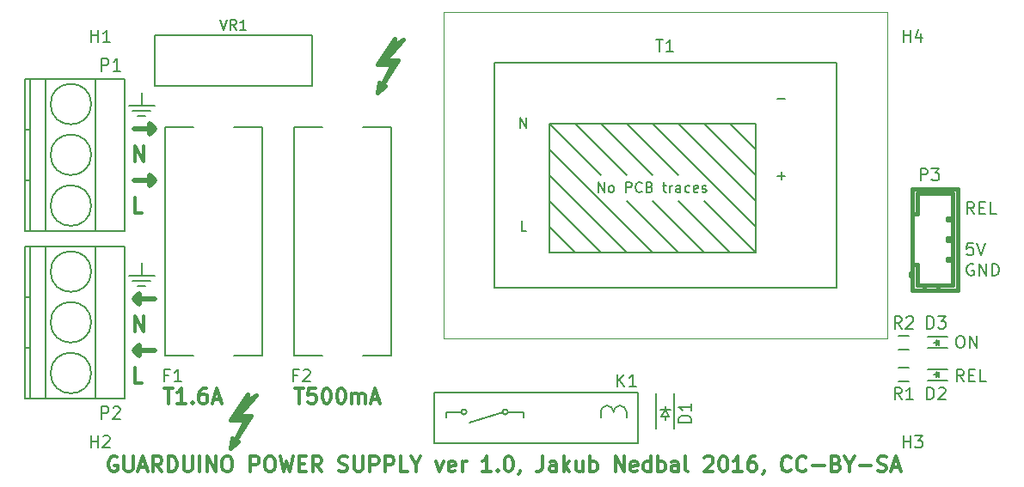
<source format=gto>
G04 #@! TF.FileFunction,Legend,Top*
%FSLAX46Y46*%
G04 Gerber Fmt 4.6, Leading zero omitted, Abs format (unit mm)*
G04 Created by KiCad (PCBNEW (2015-12-10 BZR 6367)-product) date Fri 07 Oct 2016 01:04:08 BST*
%MOMM*%
G01*
G04 APERTURE LIST*
%ADD10C,0.100000*%
%ADD11C,0.300000*%
%ADD12C,0.200000*%
%ADD13C,0.500000*%
%ADD14C,0.381000*%
%ADD15C,0.150000*%
%ADD16C,0.110000*%
G04 APERTURE END LIST*
D10*
D11*
X51427858Y-86245000D02*
X51285001Y-86173571D01*
X51070715Y-86173571D01*
X50856430Y-86245000D01*
X50713572Y-86387857D01*
X50642144Y-86530714D01*
X50570715Y-86816429D01*
X50570715Y-87030714D01*
X50642144Y-87316429D01*
X50713572Y-87459286D01*
X50856430Y-87602143D01*
X51070715Y-87673571D01*
X51213572Y-87673571D01*
X51427858Y-87602143D01*
X51499287Y-87530714D01*
X51499287Y-87030714D01*
X51213572Y-87030714D01*
X52142144Y-86173571D02*
X52142144Y-87387857D01*
X52213572Y-87530714D01*
X52285001Y-87602143D01*
X52427858Y-87673571D01*
X52713572Y-87673571D01*
X52856430Y-87602143D01*
X52927858Y-87530714D01*
X52999287Y-87387857D01*
X52999287Y-86173571D01*
X53642144Y-87245000D02*
X54356430Y-87245000D01*
X53499287Y-87673571D02*
X53999287Y-86173571D01*
X54499287Y-87673571D01*
X55856430Y-87673571D02*
X55356430Y-86959286D01*
X54999287Y-87673571D02*
X54999287Y-86173571D01*
X55570715Y-86173571D01*
X55713573Y-86245000D01*
X55785001Y-86316429D01*
X55856430Y-86459286D01*
X55856430Y-86673571D01*
X55785001Y-86816429D01*
X55713573Y-86887857D01*
X55570715Y-86959286D01*
X54999287Y-86959286D01*
X56499287Y-87673571D02*
X56499287Y-86173571D01*
X56856430Y-86173571D01*
X57070715Y-86245000D01*
X57213573Y-86387857D01*
X57285001Y-86530714D01*
X57356430Y-86816429D01*
X57356430Y-87030714D01*
X57285001Y-87316429D01*
X57213573Y-87459286D01*
X57070715Y-87602143D01*
X56856430Y-87673571D01*
X56499287Y-87673571D01*
X57999287Y-86173571D02*
X57999287Y-87387857D01*
X58070715Y-87530714D01*
X58142144Y-87602143D01*
X58285001Y-87673571D01*
X58570715Y-87673571D01*
X58713573Y-87602143D01*
X58785001Y-87530714D01*
X58856430Y-87387857D01*
X58856430Y-86173571D01*
X59570716Y-87673571D02*
X59570716Y-86173571D01*
X60285002Y-87673571D02*
X60285002Y-86173571D01*
X61142145Y-87673571D01*
X61142145Y-86173571D01*
X62142145Y-86173571D02*
X62427859Y-86173571D01*
X62570717Y-86245000D01*
X62713574Y-86387857D01*
X62785002Y-86673571D01*
X62785002Y-87173571D01*
X62713574Y-87459286D01*
X62570717Y-87602143D01*
X62427859Y-87673571D01*
X62142145Y-87673571D01*
X61999288Y-87602143D01*
X61856431Y-87459286D01*
X61785002Y-87173571D01*
X61785002Y-86673571D01*
X61856431Y-86387857D01*
X61999288Y-86245000D01*
X62142145Y-86173571D01*
X64570717Y-87673571D02*
X64570717Y-86173571D01*
X65142145Y-86173571D01*
X65285003Y-86245000D01*
X65356431Y-86316429D01*
X65427860Y-86459286D01*
X65427860Y-86673571D01*
X65356431Y-86816429D01*
X65285003Y-86887857D01*
X65142145Y-86959286D01*
X64570717Y-86959286D01*
X66356431Y-86173571D02*
X66642145Y-86173571D01*
X66785003Y-86245000D01*
X66927860Y-86387857D01*
X66999288Y-86673571D01*
X66999288Y-87173571D01*
X66927860Y-87459286D01*
X66785003Y-87602143D01*
X66642145Y-87673571D01*
X66356431Y-87673571D01*
X66213574Y-87602143D01*
X66070717Y-87459286D01*
X65999288Y-87173571D01*
X65999288Y-86673571D01*
X66070717Y-86387857D01*
X66213574Y-86245000D01*
X66356431Y-86173571D01*
X67499289Y-86173571D02*
X67856432Y-87673571D01*
X68142146Y-86602143D01*
X68427860Y-87673571D01*
X68785003Y-86173571D01*
X69356432Y-86887857D02*
X69856432Y-86887857D01*
X70070718Y-87673571D02*
X69356432Y-87673571D01*
X69356432Y-86173571D01*
X70070718Y-86173571D01*
X71570718Y-87673571D02*
X71070718Y-86959286D01*
X70713575Y-87673571D02*
X70713575Y-86173571D01*
X71285003Y-86173571D01*
X71427861Y-86245000D01*
X71499289Y-86316429D01*
X71570718Y-86459286D01*
X71570718Y-86673571D01*
X71499289Y-86816429D01*
X71427861Y-86887857D01*
X71285003Y-86959286D01*
X70713575Y-86959286D01*
X73285003Y-87602143D02*
X73499289Y-87673571D01*
X73856432Y-87673571D01*
X73999289Y-87602143D01*
X74070718Y-87530714D01*
X74142146Y-87387857D01*
X74142146Y-87245000D01*
X74070718Y-87102143D01*
X73999289Y-87030714D01*
X73856432Y-86959286D01*
X73570718Y-86887857D01*
X73427860Y-86816429D01*
X73356432Y-86745000D01*
X73285003Y-86602143D01*
X73285003Y-86459286D01*
X73356432Y-86316429D01*
X73427860Y-86245000D01*
X73570718Y-86173571D01*
X73927860Y-86173571D01*
X74142146Y-86245000D01*
X74785003Y-86173571D02*
X74785003Y-87387857D01*
X74856431Y-87530714D01*
X74927860Y-87602143D01*
X75070717Y-87673571D01*
X75356431Y-87673571D01*
X75499289Y-87602143D01*
X75570717Y-87530714D01*
X75642146Y-87387857D01*
X75642146Y-86173571D01*
X76356432Y-87673571D02*
X76356432Y-86173571D01*
X76927860Y-86173571D01*
X77070718Y-86245000D01*
X77142146Y-86316429D01*
X77213575Y-86459286D01*
X77213575Y-86673571D01*
X77142146Y-86816429D01*
X77070718Y-86887857D01*
X76927860Y-86959286D01*
X76356432Y-86959286D01*
X77856432Y-87673571D02*
X77856432Y-86173571D01*
X78427860Y-86173571D01*
X78570718Y-86245000D01*
X78642146Y-86316429D01*
X78713575Y-86459286D01*
X78713575Y-86673571D01*
X78642146Y-86816429D01*
X78570718Y-86887857D01*
X78427860Y-86959286D01*
X77856432Y-86959286D01*
X80070718Y-87673571D02*
X79356432Y-87673571D01*
X79356432Y-86173571D01*
X80856432Y-86959286D02*
X80856432Y-87673571D01*
X80356432Y-86173571D02*
X80856432Y-86959286D01*
X81356432Y-86173571D01*
X82856432Y-86673571D02*
X83213575Y-87673571D01*
X83570717Y-86673571D01*
X84713574Y-87602143D02*
X84570717Y-87673571D01*
X84285003Y-87673571D01*
X84142146Y-87602143D01*
X84070717Y-87459286D01*
X84070717Y-86887857D01*
X84142146Y-86745000D01*
X84285003Y-86673571D01*
X84570717Y-86673571D01*
X84713574Y-86745000D01*
X84785003Y-86887857D01*
X84785003Y-87030714D01*
X84070717Y-87173571D01*
X85427860Y-87673571D02*
X85427860Y-86673571D01*
X85427860Y-86959286D02*
X85499288Y-86816429D01*
X85570717Y-86745000D01*
X85713574Y-86673571D01*
X85856431Y-86673571D01*
X88285002Y-87673571D02*
X87427859Y-87673571D01*
X87856431Y-87673571D02*
X87856431Y-86173571D01*
X87713574Y-86387857D01*
X87570716Y-86530714D01*
X87427859Y-86602143D01*
X88927859Y-87530714D02*
X88999287Y-87602143D01*
X88927859Y-87673571D01*
X88856430Y-87602143D01*
X88927859Y-87530714D01*
X88927859Y-87673571D01*
X89927859Y-86173571D02*
X90070716Y-86173571D01*
X90213573Y-86245000D01*
X90285002Y-86316429D01*
X90356431Y-86459286D01*
X90427859Y-86745000D01*
X90427859Y-87102143D01*
X90356431Y-87387857D01*
X90285002Y-87530714D01*
X90213573Y-87602143D01*
X90070716Y-87673571D01*
X89927859Y-87673571D01*
X89785002Y-87602143D01*
X89713573Y-87530714D01*
X89642145Y-87387857D01*
X89570716Y-87102143D01*
X89570716Y-86745000D01*
X89642145Y-86459286D01*
X89713573Y-86316429D01*
X89785002Y-86245000D01*
X89927859Y-86173571D01*
X91142144Y-87602143D02*
X91142144Y-87673571D01*
X91070716Y-87816429D01*
X90999287Y-87887857D01*
X93356430Y-86173571D02*
X93356430Y-87245000D01*
X93285002Y-87459286D01*
X93142145Y-87602143D01*
X92927859Y-87673571D01*
X92785002Y-87673571D01*
X94713573Y-87673571D02*
X94713573Y-86887857D01*
X94642144Y-86745000D01*
X94499287Y-86673571D01*
X94213573Y-86673571D01*
X94070716Y-86745000D01*
X94713573Y-87602143D02*
X94570716Y-87673571D01*
X94213573Y-87673571D01*
X94070716Y-87602143D01*
X93999287Y-87459286D01*
X93999287Y-87316429D01*
X94070716Y-87173571D01*
X94213573Y-87102143D01*
X94570716Y-87102143D01*
X94713573Y-87030714D01*
X95427859Y-87673571D02*
X95427859Y-86173571D01*
X95570716Y-87102143D02*
X95999287Y-87673571D01*
X95999287Y-86673571D02*
X95427859Y-87245000D01*
X97285002Y-86673571D02*
X97285002Y-87673571D01*
X96642145Y-86673571D02*
X96642145Y-87459286D01*
X96713573Y-87602143D01*
X96856431Y-87673571D01*
X97070716Y-87673571D01*
X97213573Y-87602143D01*
X97285002Y-87530714D01*
X97999288Y-87673571D02*
X97999288Y-86173571D01*
X97999288Y-86745000D02*
X98142145Y-86673571D01*
X98427859Y-86673571D01*
X98570716Y-86745000D01*
X98642145Y-86816429D01*
X98713574Y-86959286D01*
X98713574Y-87387857D01*
X98642145Y-87530714D01*
X98570716Y-87602143D01*
X98427859Y-87673571D01*
X98142145Y-87673571D01*
X97999288Y-87602143D01*
X100499288Y-87673571D02*
X100499288Y-86173571D01*
X101356431Y-87673571D01*
X101356431Y-86173571D01*
X102642145Y-87602143D02*
X102499288Y-87673571D01*
X102213574Y-87673571D01*
X102070717Y-87602143D01*
X101999288Y-87459286D01*
X101999288Y-86887857D01*
X102070717Y-86745000D01*
X102213574Y-86673571D01*
X102499288Y-86673571D01*
X102642145Y-86745000D01*
X102713574Y-86887857D01*
X102713574Y-87030714D01*
X101999288Y-87173571D01*
X103999288Y-87673571D02*
X103999288Y-86173571D01*
X103999288Y-87602143D02*
X103856431Y-87673571D01*
X103570717Y-87673571D01*
X103427859Y-87602143D01*
X103356431Y-87530714D01*
X103285002Y-87387857D01*
X103285002Y-86959286D01*
X103356431Y-86816429D01*
X103427859Y-86745000D01*
X103570717Y-86673571D01*
X103856431Y-86673571D01*
X103999288Y-86745000D01*
X104713574Y-87673571D02*
X104713574Y-86173571D01*
X104713574Y-86745000D02*
X104856431Y-86673571D01*
X105142145Y-86673571D01*
X105285002Y-86745000D01*
X105356431Y-86816429D01*
X105427860Y-86959286D01*
X105427860Y-87387857D01*
X105356431Y-87530714D01*
X105285002Y-87602143D01*
X105142145Y-87673571D01*
X104856431Y-87673571D01*
X104713574Y-87602143D01*
X106713574Y-87673571D02*
X106713574Y-86887857D01*
X106642145Y-86745000D01*
X106499288Y-86673571D01*
X106213574Y-86673571D01*
X106070717Y-86745000D01*
X106713574Y-87602143D02*
X106570717Y-87673571D01*
X106213574Y-87673571D01*
X106070717Y-87602143D01*
X105999288Y-87459286D01*
X105999288Y-87316429D01*
X106070717Y-87173571D01*
X106213574Y-87102143D01*
X106570717Y-87102143D01*
X106713574Y-87030714D01*
X107642146Y-87673571D02*
X107499288Y-87602143D01*
X107427860Y-87459286D01*
X107427860Y-86173571D01*
X109285002Y-86316429D02*
X109356431Y-86245000D01*
X109499288Y-86173571D01*
X109856431Y-86173571D01*
X109999288Y-86245000D01*
X110070717Y-86316429D01*
X110142145Y-86459286D01*
X110142145Y-86602143D01*
X110070717Y-86816429D01*
X109213574Y-87673571D01*
X110142145Y-87673571D01*
X111070716Y-86173571D02*
X111213573Y-86173571D01*
X111356430Y-86245000D01*
X111427859Y-86316429D01*
X111499288Y-86459286D01*
X111570716Y-86745000D01*
X111570716Y-87102143D01*
X111499288Y-87387857D01*
X111427859Y-87530714D01*
X111356430Y-87602143D01*
X111213573Y-87673571D01*
X111070716Y-87673571D01*
X110927859Y-87602143D01*
X110856430Y-87530714D01*
X110785002Y-87387857D01*
X110713573Y-87102143D01*
X110713573Y-86745000D01*
X110785002Y-86459286D01*
X110856430Y-86316429D01*
X110927859Y-86245000D01*
X111070716Y-86173571D01*
X112999287Y-87673571D02*
X112142144Y-87673571D01*
X112570716Y-87673571D02*
X112570716Y-86173571D01*
X112427859Y-86387857D01*
X112285001Y-86530714D01*
X112142144Y-86602143D01*
X114285001Y-86173571D02*
X113999287Y-86173571D01*
X113856430Y-86245000D01*
X113785001Y-86316429D01*
X113642144Y-86530714D01*
X113570715Y-86816429D01*
X113570715Y-87387857D01*
X113642144Y-87530714D01*
X113713572Y-87602143D01*
X113856430Y-87673571D01*
X114142144Y-87673571D01*
X114285001Y-87602143D01*
X114356430Y-87530714D01*
X114427858Y-87387857D01*
X114427858Y-87030714D01*
X114356430Y-86887857D01*
X114285001Y-86816429D01*
X114142144Y-86745000D01*
X113856430Y-86745000D01*
X113713572Y-86816429D01*
X113642144Y-86887857D01*
X113570715Y-87030714D01*
X115142143Y-87602143D02*
X115142143Y-87673571D01*
X115070715Y-87816429D01*
X114999286Y-87887857D01*
X117785001Y-87530714D02*
X117713572Y-87602143D01*
X117499286Y-87673571D01*
X117356429Y-87673571D01*
X117142144Y-87602143D01*
X116999286Y-87459286D01*
X116927858Y-87316429D01*
X116856429Y-87030714D01*
X116856429Y-86816429D01*
X116927858Y-86530714D01*
X116999286Y-86387857D01*
X117142144Y-86245000D01*
X117356429Y-86173571D01*
X117499286Y-86173571D01*
X117713572Y-86245000D01*
X117785001Y-86316429D01*
X119285001Y-87530714D02*
X119213572Y-87602143D01*
X118999286Y-87673571D01*
X118856429Y-87673571D01*
X118642144Y-87602143D01*
X118499286Y-87459286D01*
X118427858Y-87316429D01*
X118356429Y-87030714D01*
X118356429Y-86816429D01*
X118427858Y-86530714D01*
X118499286Y-86387857D01*
X118642144Y-86245000D01*
X118856429Y-86173571D01*
X118999286Y-86173571D01*
X119213572Y-86245000D01*
X119285001Y-86316429D01*
X119927858Y-87102143D02*
X121070715Y-87102143D01*
X122285001Y-86887857D02*
X122499287Y-86959286D01*
X122570715Y-87030714D01*
X122642144Y-87173571D01*
X122642144Y-87387857D01*
X122570715Y-87530714D01*
X122499287Y-87602143D01*
X122356429Y-87673571D01*
X121785001Y-87673571D01*
X121785001Y-86173571D01*
X122285001Y-86173571D01*
X122427858Y-86245000D01*
X122499287Y-86316429D01*
X122570715Y-86459286D01*
X122570715Y-86602143D01*
X122499287Y-86745000D01*
X122427858Y-86816429D01*
X122285001Y-86887857D01*
X121785001Y-86887857D01*
X123570715Y-86959286D02*
X123570715Y-87673571D01*
X123070715Y-86173571D02*
X123570715Y-86959286D01*
X124070715Y-86173571D01*
X124570715Y-87102143D02*
X125713572Y-87102143D01*
X126356429Y-87602143D02*
X126570715Y-87673571D01*
X126927858Y-87673571D01*
X127070715Y-87602143D01*
X127142144Y-87530714D01*
X127213572Y-87387857D01*
X127213572Y-87245000D01*
X127142144Y-87102143D01*
X127070715Y-87030714D01*
X126927858Y-86959286D01*
X126642144Y-86887857D01*
X126499286Y-86816429D01*
X126427858Y-86745000D01*
X126356429Y-86602143D01*
X126356429Y-86459286D01*
X126427858Y-86316429D01*
X126499286Y-86245000D01*
X126642144Y-86173571D01*
X126999286Y-86173571D01*
X127213572Y-86245000D01*
X127785000Y-87245000D02*
X128499286Y-87245000D01*
X127642143Y-87673571D02*
X128142143Y-86173571D01*
X128642143Y-87673571D01*
X56070858Y-79442571D02*
X56928001Y-79442571D01*
X56499430Y-80942571D02*
X56499430Y-79442571D01*
X58213715Y-80942571D02*
X57356572Y-80942571D01*
X57785144Y-80942571D02*
X57785144Y-79442571D01*
X57642287Y-79656857D01*
X57499429Y-79799714D01*
X57356572Y-79871143D01*
X58856572Y-80799714D02*
X58928000Y-80871143D01*
X58856572Y-80942571D01*
X58785143Y-80871143D01*
X58856572Y-80799714D01*
X58856572Y-80942571D01*
X60213715Y-79442571D02*
X59928001Y-79442571D01*
X59785144Y-79514000D01*
X59713715Y-79585429D01*
X59570858Y-79799714D01*
X59499429Y-80085429D01*
X59499429Y-80656857D01*
X59570858Y-80799714D01*
X59642286Y-80871143D01*
X59785144Y-80942571D01*
X60070858Y-80942571D01*
X60213715Y-80871143D01*
X60285144Y-80799714D01*
X60356572Y-80656857D01*
X60356572Y-80299714D01*
X60285144Y-80156857D01*
X60213715Y-80085429D01*
X60070858Y-80014000D01*
X59785144Y-80014000D01*
X59642286Y-80085429D01*
X59570858Y-80156857D01*
X59499429Y-80299714D01*
X60928000Y-80514000D02*
X61642286Y-80514000D01*
X60785143Y-80942571D02*
X61285143Y-79442571D01*
X61785143Y-80942571D01*
X68937715Y-79442571D02*
X69794858Y-79442571D01*
X69366287Y-80942571D02*
X69366287Y-79442571D01*
X71009144Y-79442571D02*
X70294858Y-79442571D01*
X70223429Y-80156857D01*
X70294858Y-80085429D01*
X70437715Y-80014000D01*
X70794858Y-80014000D01*
X70937715Y-80085429D01*
X71009144Y-80156857D01*
X71080572Y-80299714D01*
X71080572Y-80656857D01*
X71009144Y-80799714D01*
X70937715Y-80871143D01*
X70794858Y-80942571D01*
X70437715Y-80942571D01*
X70294858Y-80871143D01*
X70223429Y-80799714D01*
X72009143Y-79442571D02*
X72152000Y-79442571D01*
X72294857Y-79514000D01*
X72366286Y-79585429D01*
X72437715Y-79728286D01*
X72509143Y-80014000D01*
X72509143Y-80371143D01*
X72437715Y-80656857D01*
X72366286Y-80799714D01*
X72294857Y-80871143D01*
X72152000Y-80942571D01*
X72009143Y-80942571D01*
X71866286Y-80871143D01*
X71794857Y-80799714D01*
X71723429Y-80656857D01*
X71652000Y-80371143D01*
X71652000Y-80014000D01*
X71723429Y-79728286D01*
X71794857Y-79585429D01*
X71866286Y-79514000D01*
X72009143Y-79442571D01*
X73437714Y-79442571D02*
X73580571Y-79442571D01*
X73723428Y-79514000D01*
X73794857Y-79585429D01*
X73866286Y-79728286D01*
X73937714Y-80014000D01*
X73937714Y-80371143D01*
X73866286Y-80656857D01*
X73794857Y-80799714D01*
X73723428Y-80871143D01*
X73580571Y-80942571D01*
X73437714Y-80942571D01*
X73294857Y-80871143D01*
X73223428Y-80799714D01*
X73152000Y-80656857D01*
X73080571Y-80371143D01*
X73080571Y-80014000D01*
X73152000Y-79728286D01*
X73223428Y-79585429D01*
X73294857Y-79514000D01*
X73437714Y-79442571D01*
X74580571Y-80942571D02*
X74580571Y-79942571D01*
X74580571Y-80085429D02*
X74651999Y-80014000D01*
X74794857Y-79942571D01*
X75009142Y-79942571D01*
X75151999Y-80014000D01*
X75223428Y-80156857D01*
X75223428Y-80942571D01*
X75223428Y-80156857D02*
X75294857Y-80014000D01*
X75437714Y-79942571D01*
X75651999Y-79942571D01*
X75794857Y-80014000D01*
X75866285Y-80156857D01*
X75866285Y-80942571D01*
X76509142Y-80514000D02*
X77223428Y-80514000D01*
X76366285Y-80942571D02*
X76866285Y-79442571D01*
X77366285Y-80942571D01*
D12*
X134829429Y-78774857D02*
X134429429Y-78203429D01*
X134143714Y-78774857D02*
X134143714Y-77574857D01*
X134600857Y-77574857D01*
X134715143Y-77632000D01*
X134772286Y-77689143D01*
X134829429Y-77803429D01*
X134829429Y-77974857D01*
X134772286Y-78089143D01*
X134715143Y-78146286D01*
X134600857Y-78203429D01*
X134143714Y-78203429D01*
X135343714Y-78146286D02*
X135743714Y-78146286D01*
X135915143Y-78774857D02*
X135343714Y-78774857D01*
X135343714Y-77574857D01*
X135915143Y-77574857D01*
X137000857Y-78774857D02*
X136429428Y-78774857D01*
X136429428Y-77574857D01*
X134372286Y-74272857D02*
X134600857Y-74272857D01*
X134715143Y-74330000D01*
X134829429Y-74444286D01*
X134886571Y-74672857D01*
X134886571Y-75072857D01*
X134829429Y-75301429D01*
X134715143Y-75415714D01*
X134600857Y-75472857D01*
X134372286Y-75472857D01*
X134258000Y-75415714D01*
X134143714Y-75301429D01*
X134086571Y-75072857D01*
X134086571Y-74672857D01*
X134143714Y-74444286D01*
X134258000Y-74330000D01*
X134372286Y-74272857D01*
X135400857Y-75472857D02*
X135400857Y-74272857D01*
X136086572Y-75472857D01*
X136086572Y-74272857D01*
X135788286Y-67218000D02*
X135674000Y-67160857D01*
X135502571Y-67160857D01*
X135331143Y-67218000D01*
X135216857Y-67332286D01*
X135159714Y-67446571D01*
X135102571Y-67675143D01*
X135102571Y-67846571D01*
X135159714Y-68075143D01*
X135216857Y-68189429D01*
X135331143Y-68303714D01*
X135502571Y-68360857D01*
X135616857Y-68360857D01*
X135788286Y-68303714D01*
X135845429Y-68246571D01*
X135845429Y-67846571D01*
X135616857Y-67846571D01*
X136359714Y-68360857D02*
X136359714Y-67160857D01*
X137045429Y-68360857D01*
X137045429Y-67160857D01*
X137616857Y-68360857D02*
X137616857Y-67160857D01*
X137902572Y-67160857D01*
X138074000Y-67218000D01*
X138188286Y-67332286D01*
X138245429Y-67446571D01*
X138302572Y-67675143D01*
X138302572Y-67846571D01*
X138245429Y-68075143D01*
X138188286Y-68189429D01*
X138074000Y-68303714D01*
X137902572Y-68360857D01*
X137616857Y-68360857D01*
X135731143Y-65128857D02*
X135159714Y-65128857D01*
X135102571Y-65700286D01*
X135159714Y-65643143D01*
X135274000Y-65586000D01*
X135559714Y-65586000D01*
X135674000Y-65643143D01*
X135731143Y-65700286D01*
X135788286Y-65814571D01*
X135788286Y-66100286D01*
X135731143Y-66214571D01*
X135674000Y-66271714D01*
X135559714Y-66328857D01*
X135274000Y-66328857D01*
X135159714Y-66271714D01*
X135102571Y-66214571D01*
X136131143Y-65128857D02*
X136531143Y-66328857D01*
X136931143Y-65128857D01*
X135845429Y-62264857D02*
X135445429Y-61693429D01*
X135159714Y-62264857D02*
X135159714Y-61064857D01*
X135616857Y-61064857D01*
X135731143Y-61122000D01*
X135788286Y-61179143D01*
X135845429Y-61293429D01*
X135845429Y-61464857D01*
X135788286Y-61579143D01*
X135731143Y-61636286D01*
X135616857Y-61693429D01*
X135159714Y-61693429D01*
X136359714Y-61636286D02*
X136759714Y-61636286D01*
X136931143Y-62264857D02*
X136359714Y-62264857D01*
X136359714Y-61064857D01*
X136931143Y-61064857D01*
X138016857Y-62264857D02*
X137445428Y-62264857D01*
X137445428Y-61064857D01*
D13*
X55118000Y-70612000D02*
X53086000Y-70612000D01*
X53086000Y-70612000D02*
X53594000Y-71120000D01*
X53594000Y-71120000D02*
X53594000Y-70104000D01*
X53594000Y-70104000D02*
X53086000Y-70612000D01*
X53594000Y-75184000D02*
X53086000Y-75692000D01*
X53594000Y-76200000D02*
X53594000Y-75184000D01*
X53086000Y-75692000D02*
X53594000Y-76200000D01*
X55118000Y-75692000D02*
X53086000Y-75692000D01*
X53086000Y-53848000D02*
X55118000Y-53848000D01*
X55118000Y-53848000D02*
X54610000Y-53340000D01*
X54610000Y-53340000D02*
X54610000Y-54356000D01*
X54610000Y-54356000D02*
X55118000Y-53848000D01*
X54610000Y-59436000D02*
X55118000Y-58928000D01*
X54610000Y-58420000D02*
X54610000Y-59436000D01*
X55118000Y-58928000D02*
X54610000Y-58420000D01*
X53086000Y-58928000D02*
X55118000Y-58928000D01*
D11*
X53903429Y-78910571D02*
X53189143Y-78910571D01*
X53189143Y-77410571D01*
X53189143Y-73830571D02*
X53189143Y-72330571D01*
X54046286Y-73830571D01*
X54046286Y-72330571D01*
X53189143Y-57066571D02*
X53189143Y-55566571D01*
X54046286Y-57066571D01*
X54046286Y-55566571D01*
X53903429Y-62146571D02*
X53189143Y-62146571D01*
X53189143Y-60646571D01*
D12*
X53848000Y-67056000D02*
X53848000Y-68326000D01*
X52578000Y-68326000D02*
X55118000Y-68326000D01*
X52959000Y-68834000D02*
X54737000Y-68834000D01*
X53467000Y-69342000D02*
X54229000Y-69342000D01*
X53467000Y-52578000D02*
X54229000Y-52578000D01*
X52959000Y-52070000D02*
X54737000Y-52070000D01*
X52578000Y-51562000D02*
X55118000Y-51562000D01*
X53848000Y-50292000D02*
X53848000Y-51562000D01*
D14*
X62611000Y-82550000D02*
X64262000Y-80073500D01*
X64262000Y-80073500D02*
X64389000Y-80518000D01*
X64389000Y-80518000D02*
X62992000Y-82296000D01*
X62992000Y-82296000D02*
X64135000Y-82423000D01*
X65151000Y-80137000D02*
X63373000Y-82169000D01*
X63373000Y-82169000D02*
X64643000Y-82169000D01*
X65151000Y-80137000D02*
X64389000Y-80645000D01*
X62611000Y-82550000D02*
X64008000Y-82550000D01*
X64008000Y-82550000D02*
X62738000Y-85090000D01*
X62865000Y-84963000D02*
X64643000Y-82169000D01*
X62738000Y-84328000D02*
X62611000Y-85344000D01*
X62611000Y-85344000D02*
X63373000Y-84709000D01*
X77089000Y-47498000D02*
X78740000Y-45021500D01*
X78740000Y-45021500D02*
X78867000Y-45466000D01*
X78867000Y-45466000D02*
X77470000Y-47244000D01*
X77470000Y-47244000D02*
X78613000Y-47371000D01*
X79629000Y-45085000D02*
X77851000Y-47117000D01*
X77851000Y-47117000D02*
X79121000Y-47117000D01*
X79629000Y-45085000D02*
X78867000Y-45593000D01*
X77089000Y-47498000D02*
X78486000Y-47498000D01*
X78486000Y-47498000D02*
X77216000Y-50038000D01*
X77343000Y-49911000D02*
X79121000Y-47117000D01*
X77216000Y-49276000D02*
X77089000Y-50292000D01*
X77089000Y-50292000D02*
X77851000Y-49657000D01*
D15*
X105410000Y-82232500D02*
X105410000Y-82613500D01*
X105410000Y-81216500D02*
X105410000Y-81597500D01*
X105410000Y-81597500D02*
X105791000Y-82232500D01*
X105791000Y-82232500D02*
X105029000Y-82232500D01*
X105029000Y-82232500D02*
X105410000Y-81597500D01*
X105918000Y-81597500D02*
X104902000Y-81597500D01*
X104510000Y-79915000D02*
X104510000Y-83455000D01*
X106310000Y-79915000D02*
X106310000Y-83455000D01*
X133180000Y-77555000D02*
X131280000Y-77555000D01*
X133180000Y-78655000D02*
X131280000Y-78655000D01*
X132280000Y-78105000D02*
X131830000Y-78105000D01*
X132330000Y-78355000D02*
X132330000Y-77855000D01*
X132330000Y-78105000D02*
X132080000Y-78355000D01*
X132080000Y-78355000D02*
X132080000Y-77855000D01*
X132080000Y-77855000D02*
X132330000Y-78105000D01*
X133180000Y-74380000D02*
X131280000Y-74380000D01*
X133180000Y-75480000D02*
X131280000Y-75480000D01*
X132280000Y-74930000D02*
X131830000Y-74930000D01*
X132330000Y-75180000D02*
X132330000Y-74680000D01*
X132330000Y-74930000D02*
X132080000Y-75180000D01*
X132080000Y-75180000D02*
X132080000Y-74680000D01*
X132080000Y-74680000D02*
X132330000Y-74930000D01*
X65760000Y-53700000D02*
X62960000Y-53700000D01*
X58960000Y-53700000D02*
X56160000Y-53700000D01*
X58960000Y-76200000D02*
X56160000Y-76200000D01*
X56160000Y-76200000D02*
X56160000Y-53700000D01*
X65760000Y-76200000D02*
X65760000Y-53700000D01*
X65760000Y-76200000D02*
X62960000Y-76200000D01*
X78460000Y-53700000D02*
X75660000Y-53700000D01*
X71660000Y-53700000D02*
X68860000Y-53700000D01*
X71660000Y-76200000D02*
X68860000Y-76200000D01*
X68860000Y-76200000D02*
X68860000Y-53700000D01*
X78460000Y-76200000D02*
X78460000Y-53700000D01*
X78460000Y-76200000D02*
X75660000Y-76200000D01*
X101600000Y-82296000D02*
X101600000Y-81788000D01*
X99060000Y-82296000D02*
X99060000Y-81788000D01*
X89916000Y-81788000D02*
X91440000Y-81788000D01*
X83820000Y-81788000D02*
X85344000Y-81788000D01*
X89408000Y-81788000D02*
X86106000Y-82804000D01*
X91440000Y-82296000D02*
X91440000Y-81788000D01*
X83820000Y-81788000D02*
X83820000Y-82296000D01*
X85852000Y-81788000D02*
G75*
G03X85852000Y-81788000I-254000J0D01*
G01*
X89916000Y-81788000D02*
G75*
G03X89916000Y-81788000I-254000J0D01*
G01*
X99695000Y-81153000D02*
G75*
G03X99060000Y-81788000I0J-635000D01*
G01*
X100330000Y-81788000D02*
G75*
G03X99695000Y-81153000I-635000J0D01*
G01*
X100965000Y-81153000D02*
G75*
G03X100330000Y-81788000I0J-635000D01*
G01*
X101600000Y-81788000D02*
G75*
G03X100965000Y-81153000I-635000J0D01*
G01*
X82710000Y-79870000D02*
X102710000Y-79870000D01*
X102710000Y-79870000D02*
X102710000Y-84870000D01*
X82710000Y-84870000D02*
X82710000Y-79870000D01*
X102710000Y-84870000D02*
X82710000Y-84870000D01*
X48890000Y-61435000D02*
G75*
G03X48890000Y-61435000I-2000000J0D01*
G01*
X42890000Y-58935000D02*
X42390000Y-58935000D01*
X42890000Y-53935000D02*
X42390000Y-53935000D01*
X48890000Y-56435000D02*
G75*
G03X48890000Y-56435000I-2000000J0D01*
G01*
X48890000Y-51435000D02*
G75*
G03X48890000Y-51435000I-2000000J0D01*
G01*
X44390000Y-48935000D02*
X44390000Y-63935000D01*
X49290000Y-48935000D02*
X49290000Y-63935000D01*
X42890000Y-48935000D02*
X42890000Y-63935000D01*
X42390000Y-48935000D02*
X42390000Y-63935000D01*
X42390000Y-63935000D02*
X52190000Y-63935000D01*
X52190000Y-63935000D02*
X52190000Y-48935000D01*
X52190000Y-48935000D02*
X42390000Y-48935000D01*
X48890000Y-77945000D02*
G75*
G03X48890000Y-77945000I-2000000J0D01*
G01*
X42890000Y-75445000D02*
X42390000Y-75445000D01*
X42890000Y-70445000D02*
X42390000Y-70445000D01*
X48890000Y-72945000D02*
G75*
G03X48890000Y-72945000I-2000000J0D01*
G01*
X48890000Y-67945000D02*
G75*
G03X48890000Y-67945000I-2000000J0D01*
G01*
X44390000Y-65445000D02*
X44390000Y-80445000D01*
X49290000Y-65445000D02*
X49290000Y-80445000D01*
X42890000Y-65445000D02*
X42890000Y-80445000D01*
X42390000Y-65445000D02*
X42390000Y-80445000D01*
X42390000Y-80445000D02*
X52190000Y-80445000D01*
X52190000Y-80445000D02*
X52190000Y-65445000D01*
X52190000Y-65445000D02*
X42390000Y-65445000D01*
D14*
X133245860Y-64670940D02*
X133746240Y-64670940D01*
X133245860Y-64869060D02*
X133245860Y-64670940D01*
X133746240Y-64869060D02*
X133245860Y-64869060D01*
X134244080Y-69771260D02*
X134244080Y-59768740D01*
X133746240Y-60269120D02*
X133746240Y-69270880D01*
X129745740Y-69771260D02*
X129745740Y-59768740D01*
X133245860Y-66672460D02*
X133746240Y-66672460D01*
X133245860Y-66870580D02*
X133245860Y-66672460D01*
X133746240Y-66870580D02*
X133245860Y-66870580D01*
X133746240Y-62870080D02*
X133245860Y-62870080D01*
X133245860Y-62870080D02*
X133245860Y-62671960D01*
X133245860Y-62671960D02*
X133746240Y-62671960D01*
X130944620Y-59768740D02*
X130944620Y-60269120D01*
X132245100Y-60269120D02*
X132245100Y-59768740D01*
X132245100Y-69270880D02*
X132245100Y-69771260D01*
X130944620Y-69270880D02*
X130944620Y-69771260D01*
X129745740Y-67271900D02*
X130246120Y-67271900D01*
X130246120Y-67271900D02*
X130246120Y-69270880D01*
X130246120Y-69270880D02*
X133746240Y-69270880D01*
X133746240Y-60269120D02*
X130246120Y-60269120D01*
X130246120Y-60269120D02*
X130246120Y-62268100D01*
X130246120Y-62268100D02*
X129745740Y-62268100D01*
X129745740Y-69771260D02*
X134244080Y-69771260D01*
X129745740Y-59768740D02*
X134244080Y-59768740D01*
X129745740Y-68072000D02*
X129545080Y-68072000D01*
X129545080Y-68072000D02*
X129545080Y-68371720D01*
X129545080Y-68371720D02*
X129745740Y-68371720D01*
D15*
X129405000Y-78780000D02*
X128405000Y-78780000D01*
X128405000Y-77430000D02*
X129405000Y-77430000D01*
X129405000Y-75605000D02*
X128405000Y-75605000D01*
X128405000Y-74255000D02*
X129405000Y-74255000D01*
X109220000Y-60960000D02*
X114300000Y-66040000D01*
X101600000Y-53340000D02*
X106680000Y-58420000D01*
X106680000Y-60960000D02*
X111760000Y-66040000D01*
X99060000Y-53340000D02*
X104140000Y-58420000D01*
X104140000Y-60960000D02*
X109220000Y-66040000D01*
X96520000Y-53340000D02*
X101600000Y-58420000D01*
X101600000Y-60960000D02*
X106680000Y-66040000D01*
X93980000Y-53340000D02*
X99060000Y-58420000D01*
D16*
X83590000Y-42320000D02*
X127290000Y-42320000D01*
D10*
X127290000Y-42320000D02*
X127290000Y-74520000D01*
X127290000Y-74520000D02*
X83590000Y-74520000D01*
X83590000Y-42320000D02*
X83590000Y-74520000D01*
D15*
X111760000Y-53340000D02*
X114300000Y-55880000D01*
X109220000Y-53340000D02*
X114300000Y-58420000D01*
X106680000Y-53340000D02*
X114300000Y-60960000D01*
X104140000Y-53340000D02*
X114300000Y-63500000D01*
X93980000Y-55880000D02*
X104140000Y-66040000D01*
X93980000Y-58420000D02*
X101600000Y-66040000D01*
X93980000Y-60960000D02*
X99060000Y-66040000D01*
X93980000Y-63500000D02*
X96520000Y-66040000D01*
X93980000Y-53340000D02*
X93980000Y-66040000D01*
X93980000Y-66040000D02*
X114300000Y-66040000D01*
X114300000Y-66040000D02*
X114300000Y-53340000D01*
X114300000Y-53340000D02*
X93980000Y-53340000D01*
X88590000Y-69520000D02*
X122290000Y-69520000D01*
X122290000Y-69520000D02*
X122290000Y-47320000D01*
X88590000Y-47320000D02*
X122290000Y-47320000D01*
X88590000Y-69520000D02*
X88590000Y-47320000D01*
X70675000Y-44660000D02*
X55175000Y-44660000D01*
X70675000Y-49660000D02*
X55175000Y-49660000D01*
X55175000Y-49660000D02*
X55175000Y-44660000D01*
X70675000Y-49660000D02*
X70675000Y-44660000D01*
D12*
X107952857Y-82800714D02*
X106752857Y-82800714D01*
X106752857Y-82514999D01*
X106810000Y-82343571D01*
X106924286Y-82229285D01*
X107038571Y-82172142D01*
X107267143Y-82114999D01*
X107438571Y-82114999D01*
X107667143Y-82172142D01*
X107781429Y-82229285D01*
X107895714Y-82343571D01*
X107952857Y-82514999D01*
X107952857Y-82800714D01*
X107952857Y-80972142D02*
X107952857Y-81657857D01*
X107952857Y-81314999D02*
X106752857Y-81314999D01*
X106924286Y-81429285D01*
X107038571Y-81543571D01*
X107095714Y-81657857D01*
X131194286Y-80552857D02*
X131194286Y-79352857D01*
X131480001Y-79352857D01*
X131651429Y-79410000D01*
X131765715Y-79524286D01*
X131822858Y-79638571D01*
X131880001Y-79867143D01*
X131880001Y-80038571D01*
X131822858Y-80267143D01*
X131765715Y-80381429D01*
X131651429Y-80495714D01*
X131480001Y-80552857D01*
X131194286Y-80552857D01*
X132337143Y-79467143D02*
X132394286Y-79410000D01*
X132508572Y-79352857D01*
X132794286Y-79352857D01*
X132908572Y-79410000D01*
X132965715Y-79467143D01*
X133022858Y-79581429D01*
X133022858Y-79695714D01*
X132965715Y-79867143D01*
X132280001Y-80552857D01*
X133022858Y-80552857D01*
X131194286Y-73567857D02*
X131194286Y-72367857D01*
X131480001Y-72367857D01*
X131651429Y-72425000D01*
X131765715Y-72539286D01*
X131822858Y-72653571D01*
X131880001Y-72882143D01*
X131880001Y-73053571D01*
X131822858Y-73282143D01*
X131765715Y-73396429D01*
X131651429Y-73510714D01*
X131480001Y-73567857D01*
X131194286Y-73567857D01*
X132280001Y-72367857D02*
X133022858Y-72367857D01*
X132622858Y-72825000D01*
X132794286Y-72825000D01*
X132908572Y-72882143D01*
X132965715Y-72939286D01*
X133022858Y-73053571D01*
X133022858Y-73339286D01*
X132965715Y-73453571D01*
X132908572Y-73510714D01*
X132794286Y-73567857D01*
X132451429Y-73567857D01*
X132337143Y-73510714D01*
X132280001Y-73453571D01*
X56496000Y-78146286D02*
X56096000Y-78146286D01*
X56096000Y-78774857D02*
X56096000Y-77574857D01*
X56667429Y-77574857D01*
X57753143Y-78774857D02*
X57067428Y-78774857D01*
X57410286Y-78774857D02*
X57410286Y-77574857D01*
X57296000Y-77746286D01*
X57181714Y-77860571D01*
X57067428Y-77917714D01*
X69196000Y-78146286D02*
X68796000Y-78146286D01*
X68796000Y-78774857D02*
X68796000Y-77574857D01*
X69367429Y-77574857D01*
X69767428Y-77689143D02*
X69824571Y-77632000D01*
X69938857Y-77574857D01*
X70224571Y-77574857D01*
X70338857Y-77632000D01*
X70396000Y-77689143D01*
X70453143Y-77803429D01*
X70453143Y-77917714D01*
X70396000Y-78089143D01*
X69710286Y-78774857D01*
X70453143Y-78774857D01*
X100714286Y-79282857D02*
X100714286Y-78082857D01*
X101400001Y-79282857D02*
X100885715Y-78597143D01*
X101400001Y-78082857D02*
X100714286Y-78768571D01*
X102542858Y-79282857D02*
X101857143Y-79282857D01*
X102200001Y-79282857D02*
X102200001Y-78082857D01*
X102085715Y-78254286D01*
X101971429Y-78368571D01*
X101857143Y-78425714D01*
X49914286Y-48167857D02*
X49914286Y-46967857D01*
X50371429Y-46967857D01*
X50485715Y-47025000D01*
X50542858Y-47082143D01*
X50600001Y-47196429D01*
X50600001Y-47367857D01*
X50542858Y-47482143D01*
X50485715Y-47539286D01*
X50371429Y-47596429D01*
X49914286Y-47596429D01*
X51742858Y-48167857D02*
X51057143Y-48167857D01*
X51400001Y-48167857D02*
X51400001Y-46967857D01*
X51285715Y-47139286D01*
X51171429Y-47253571D01*
X51057143Y-47310714D01*
X49914286Y-82457857D02*
X49914286Y-81257857D01*
X50371429Y-81257857D01*
X50485715Y-81315000D01*
X50542858Y-81372143D01*
X50600001Y-81486429D01*
X50600001Y-81657857D01*
X50542858Y-81772143D01*
X50485715Y-81829286D01*
X50371429Y-81886429D01*
X49914286Y-81886429D01*
X51057143Y-81372143D02*
X51114286Y-81315000D01*
X51228572Y-81257857D01*
X51514286Y-81257857D01*
X51628572Y-81315000D01*
X51685715Y-81372143D01*
X51742858Y-81486429D01*
X51742858Y-81600714D01*
X51685715Y-81772143D01*
X51000001Y-82457857D01*
X51742858Y-82457857D01*
X130559286Y-58962857D02*
X130559286Y-57762857D01*
X131016429Y-57762857D01*
X131130715Y-57820000D01*
X131187858Y-57877143D01*
X131245001Y-57991429D01*
X131245001Y-58162857D01*
X131187858Y-58277143D01*
X131130715Y-58334286D01*
X131016429Y-58391429D01*
X130559286Y-58391429D01*
X131645001Y-57762857D02*
X132387858Y-57762857D01*
X131987858Y-58220000D01*
X132159286Y-58220000D01*
X132273572Y-58277143D01*
X132330715Y-58334286D01*
X132387858Y-58448571D01*
X132387858Y-58734286D01*
X132330715Y-58848571D01*
X132273572Y-58905714D01*
X132159286Y-58962857D01*
X131816429Y-58962857D01*
X131702143Y-58905714D01*
X131645001Y-58848571D01*
X128705001Y-80552857D02*
X128305001Y-79981429D01*
X128019286Y-80552857D02*
X128019286Y-79352857D01*
X128476429Y-79352857D01*
X128590715Y-79410000D01*
X128647858Y-79467143D01*
X128705001Y-79581429D01*
X128705001Y-79752857D01*
X128647858Y-79867143D01*
X128590715Y-79924286D01*
X128476429Y-79981429D01*
X128019286Y-79981429D01*
X129847858Y-80552857D02*
X129162143Y-80552857D01*
X129505001Y-80552857D02*
X129505001Y-79352857D01*
X129390715Y-79524286D01*
X129276429Y-79638571D01*
X129162143Y-79695714D01*
X128705001Y-73567857D02*
X128305001Y-72996429D01*
X128019286Y-73567857D02*
X128019286Y-72367857D01*
X128476429Y-72367857D01*
X128590715Y-72425000D01*
X128647858Y-72482143D01*
X128705001Y-72596429D01*
X128705001Y-72767857D01*
X128647858Y-72882143D01*
X128590715Y-72939286D01*
X128476429Y-72996429D01*
X128019286Y-72996429D01*
X129162143Y-72482143D02*
X129219286Y-72425000D01*
X129333572Y-72367857D01*
X129619286Y-72367857D01*
X129733572Y-72425000D01*
X129790715Y-72482143D01*
X129847858Y-72596429D01*
X129847858Y-72710714D01*
X129790715Y-72882143D01*
X129105001Y-73567857D01*
X129847858Y-73567857D01*
X104525715Y-45062857D02*
X105211429Y-45062857D01*
X104868572Y-46262857D02*
X104868572Y-45062857D01*
X106240001Y-46262857D02*
X105554286Y-46262857D01*
X105897144Y-46262857D02*
X105897144Y-45062857D01*
X105782858Y-45234286D01*
X105668572Y-45348571D01*
X105554286Y-45405714D01*
D15*
X98830475Y-60142381D02*
X98830475Y-59142381D01*
X99401904Y-60142381D01*
X99401904Y-59142381D01*
X100020951Y-60142381D02*
X99925713Y-60094762D01*
X99878094Y-60047143D01*
X99830475Y-59951905D01*
X99830475Y-59666190D01*
X99878094Y-59570952D01*
X99925713Y-59523333D01*
X100020951Y-59475714D01*
X100163809Y-59475714D01*
X100259047Y-59523333D01*
X100306666Y-59570952D01*
X100354285Y-59666190D01*
X100354285Y-59951905D01*
X100306666Y-60047143D01*
X100259047Y-60094762D01*
X100163809Y-60142381D01*
X100020951Y-60142381D01*
X101544761Y-60142381D02*
X101544761Y-59142381D01*
X101925714Y-59142381D01*
X102020952Y-59190000D01*
X102068571Y-59237619D01*
X102116190Y-59332857D01*
X102116190Y-59475714D01*
X102068571Y-59570952D01*
X102020952Y-59618571D01*
X101925714Y-59666190D01*
X101544761Y-59666190D01*
X103116190Y-60047143D02*
X103068571Y-60094762D01*
X102925714Y-60142381D01*
X102830476Y-60142381D01*
X102687618Y-60094762D01*
X102592380Y-59999524D01*
X102544761Y-59904286D01*
X102497142Y-59713810D01*
X102497142Y-59570952D01*
X102544761Y-59380476D01*
X102592380Y-59285238D01*
X102687618Y-59190000D01*
X102830476Y-59142381D01*
X102925714Y-59142381D01*
X103068571Y-59190000D01*
X103116190Y-59237619D01*
X103878095Y-59618571D02*
X104020952Y-59666190D01*
X104068571Y-59713810D01*
X104116190Y-59809048D01*
X104116190Y-59951905D01*
X104068571Y-60047143D01*
X104020952Y-60094762D01*
X103925714Y-60142381D01*
X103544761Y-60142381D01*
X103544761Y-59142381D01*
X103878095Y-59142381D01*
X103973333Y-59190000D01*
X104020952Y-59237619D01*
X104068571Y-59332857D01*
X104068571Y-59428095D01*
X104020952Y-59523333D01*
X103973333Y-59570952D01*
X103878095Y-59618571D01*
X103544761Y-59618571D01*
X105163809Y-59475714D02*
X105544761Y-59475714D01*
X105306666Y-59142381D02*
X105306666Y-59999524D01*
X105354285Y-60094762D01*
X105449523Y-60142381D01*
X105544761Y-60142381D01*
X105878095Y-60142381D02*
X105878095Y-59475714D01*
X105878095Y-59666190D02*
X105925714Y-59570952D01*
X105973333Y-59523333D01*
X106068571Y-59475714D01*
X106163810Y-59475714D01*
X106925715Y-60142381D02*
X106925715Y-59618571D01*
X106878096Y-59523333D01*
X106782858Y-59475714D01*
X106592381Y-59475714D01*
X106497143Y-59523333D01*
X106925715Y-60094762D02*
X106830477Y-60142381D01*
X106592381Y-60142381D01*
X106497143Y-60094762D01*
X106449524Y-59999524D01*
X106449524Y-59904286D01*
X106497143Y-59809048D01*
X106592381Y-59761429D01*
X106830477Y-59761429D01*
X106925715Y-59713810D01*
X107830477Y-60094762D02*
X107735239Y-60142381D01*
X107544762Y-60142381D01*
X107449524Y-60094762D01*
X107401905Y-60047143D01*
X107354286Y-59951905D01*
X107354286Y-59666190D01*
X107401905Y-59570952D01*
X107449524Y-59523333D01*
X107544762Y-59475714D01*
X107735239Y-59475714D01*
X107830477Y-59523333D01*
X108640001Y-60094762D02*
X108544763Y-60142381D01*
X108354286Y-60142381D01*
X108259048Y-60094762D01*
X108211429Y-59999524D01*
X108211429Y-59618571D01*
X108259048Y-59523333D01*
X108354286Y-59475714D01*
X108544763Y-59475714D01*
X108640001Y-59523333D01*
X108687620Y-59618571D01*
X108687620Y-59713810D01*
X108211429Y-59809048D01*
X109068572Y-60094762D02*
X109163810Y-60142381D01*
X109354286Y-60142381D01*
X109449525Y-60094762D01*
X109497144Y-59999524D01*
X109497144Y-59951905D01*
X109449525Y-59856667D01*
X109354286Y-59809048D01*
X109211429Y-59809048D01*
X109116191Y-59761429D01*
X109068572Y-59666190D01*
X109068572Y-59618571D01*
X109116191Y-59523333D01*
X109211429Y-59475714D01*
X109354286Y-59475714D01*
X109449525Y-59523333D01*
X116459048Y-58491429D02*
X117220953Y-58491429D01*
X116840001Y-58872381D02*
X116840001Y-58110476D01*
X116459048Y-50871429D02*
X117220953Y-50871429D01*
X91749524Y-63952381D02*
X91273333Y-63952381D01*
X91273333Y-62952381D01*
X91154286Y-53792381D02*
X91154286Y-52792381D01*
X91725715Y-53792381D01*
X91725715Y-52792381D01*
X61615476Y-43112381D02*
X61948809Y-44112381D01*
X62282143Y-43112381D01*
X63186905Y-44112381D02*
X62853571Y-43636190D01*
X62615476Y-44112381D02*
X62615476Y-43112381D01*
X62996429Y-43112381D01*
X63091667Y-43160000D01*
X63139286Y-43207619D01*
X63186905Y-43302857D01*
X63186905Y-43445714D01*
X63139286Y-43540952D01*
X63091667Y-43588571D01*
X62996429Y-43636190D01*
X62615476Y-43636190D01*
X64139286Y-44112381D02*
X63567857Y-44112381D01*
X63853571Y-44112381D02*
X63853571Y-43112381D01*
X63758333Y-43255238D01*
X63663095Y-43350476D01*
X63567857Y-43398095D01*
D12*
X48855714Y-45312857D02*
X48855714Y-44112857D01*
X48855714Y-44684286D02*
X49541429Y-44684286D01*
X49541429Y-45312857D02*
X49541429Y-44112857D01*
X50741429Y-45312857D02*
X50055714Y-45312857D01*
X50398572Y-45312857D02*
X50398572Y-44112857D01*
X50284286Y-44284286D01*
X50170000Y-44398571D01*
X50055714Y-44455714D01*
X48855714Y-85312857D02*
X48855714Y-84112857D01*
X48855714Y-84684286D02*
X49541429Y-84684286D01*
X49541429Y-85312857D02*
X49541429Y-84112857D01*
X50055714Y-84227143D02*
X50112857Y-84170000D01*
X50227143Y-84112857D01*
X50512857Y-84112857D01*
X50627143Y-84170000D01*
X50684286Y-84227143D01*
X50741429Y-84341429D01*
X50741429Y-84455714D01*
X50684286Y-84627143D01*
X49998572Y-85312857D01*
X50741429Y-85312857D01*
X128855714Y-85312857D02*
X128855714Y-84112857D01*
X128855714Y-84684286D02*
X129541429Y-84684286D01*
X129541429Y-85312857D02*
X129541429Y-84112857D01*
X129998572Y-84112857D02*
X130741429Y-84112857D01*
X130341429Y-84570000D01*
X130512857Y-84570000D01*
X130627143Y-84627143D01*
X130684286Y-84684286D01*
X130741429Y-84798571D01*
X130741429Y-85084286D01*
X130684286Y-85198571D01*
X130627143Y-85255714D01*
X130512857Y-85312857D01*
X130170000Y-85312857D01*
X130055714Y-85255714D01*
X129998572Y-85198571D01*
X128855714Y-45312857D02*
X128855714Y-44112857D01*
X128855714Y-44684286D02*
X129541429Y-44684286D01*
X129541429Y-45312857D02*
X129541429Y-44112857D01*
X130627143Y-44512857D02*
X130627143Y-45312857D01*
X130341429Y-44055714D02*
X130055714Y-44912857D01*
X130798572Y-44912857D01*
M02*

</source>
